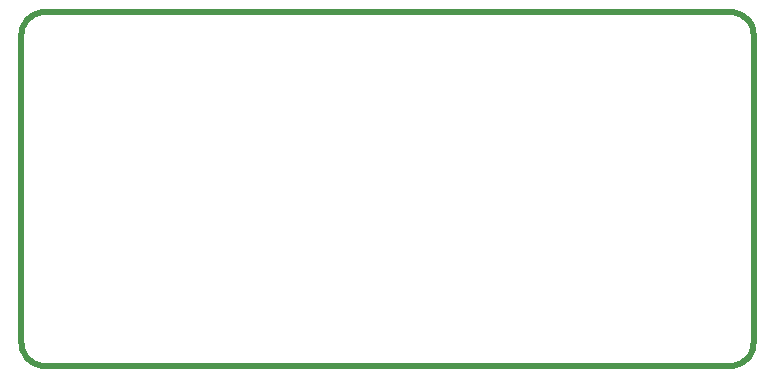
<source format=gko>
G04*
G04 #@! TF.GenerationSoftware,Altium Limited,Altium Designer,22.2.1 (43)*
G04*
G04 Layer_Color=16711935*
%FSLAX25Y25*%
%MOIN*%
G70*
G04*
G04 #@! TF.SameCoordinates,0E938A99-CEBE-4E5B-98FA-E82972142B6D*
G04*
G04*
G04 #@! TF.FilePolarity,Positive*
G04*
G01*
G75*
%ADD116C,0.01968*%
D116*
X7874Y118110D02*
X6846Y118043D01*
X5836Y117842D01*
X4861Y117511D01*
X3937Y117055D01*
X3081Y116483D01*
X2306Y115804D01*
X1627Y115030D01*
X1055Y114173D01*
X599Y113250D01*
X268Y112274D01*
X67Y111264D01*
X0Y110236D01*
X244094D02*
X244027Y111264D01*
X243826Y112274D01*
X243495Y113250D01*
X243040Y114173D01*
X242467Y115030D01*
X241788Y115804D01*
X241014Y116483D01*
X240158Y117055D01*
X239234Y117511D01*
X238258Y117842D01*
X237248Y118043D01*
X236221Y118110D01*
X236221Y-0D02*
X237248Y67D01*
X238258Y268D01*
X239234Y599D01*
X240158Y1055D01*
X241014Y1627D01*
X241788Y2306D01*
X242467Y3081D01*
X243040Y3937D01*
X243495Y4861D01*
X243826Y5836D01*
X244027Y6846D01*
X244094Y7874D01*
X0D02*
X67Y6846D01*
X268Y5836D01*
X599Y4861D01*
X1055Y3937D01*
X1627Y3081D01*
X2306Y2306D01*
X3081Y1627D01*
X3937Y1055D01*
X4861Y599D01*
X5836Y268D01*
X6846Y67D01*
X7874Y-0D01*
X7874Y118110D02*
X236221Y118110D01*
X244094Y7874D02*
Y110236D01*
X7874Y-0D02*
X236221D01*
X0Y7874D02*
Y110236D01*
M02*

</source>
